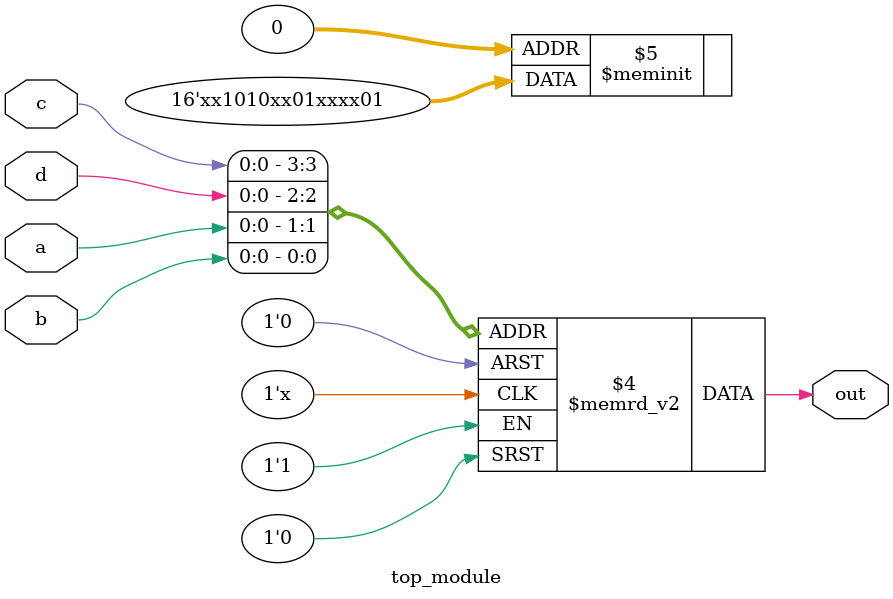
<source format=sv>
module top_module (
    input a, 
    input b,
    input c,
    input d,
    output reg out
);

always @(*) begin
    case ({c, d, a, b})
        4'b0000, 4'b0110, 4'b1011, 4'b1101: out = 1'b1;
        4'b0001, 4'b0111, 4'b1010, 4'b1100: out = 1'b0;
        default: out = 1'bx;
    endcase
end

endmodule

</source>
